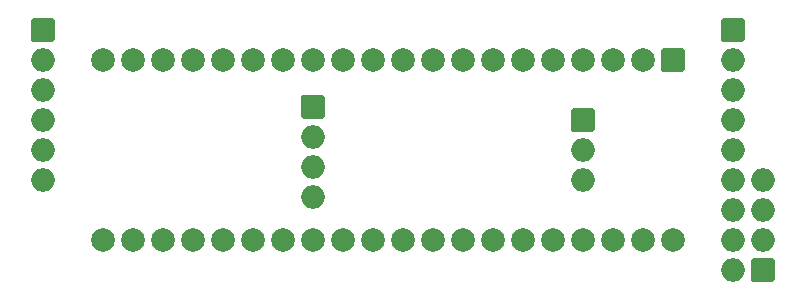
<source format=gbr>
%TF.GenerationSoftware,KiCad,Pcbnew,(5.1.9)-1*%
%TF.CreationDate,2021-04-08T22:41:19+01:00*%
%TF.ProjectId,FF OSD Adapter,4646204f-5344-4204-9164-61707465722e,rev?*%
%TF.SameCoordinates,Original*%
%TF.FileFunction,Soldermask,Top*%
%TF.FilePolarity,Negative*%
%FSLAX46Y46*%
G04 Gerber Fmt 4.6, Leading zero omitted, Abs format (unit mm)*
G04 Created by KiCad (PCBNEW (5.1.9)-1) date 2021-04-08 22:41:19*
%MOMM*%
%LPD*%
G01*
G04 APERTURE LIST*
%ADD10O,2.000000X2.000000*%
%ADD11C,2.000000*%
G04 APERTURE END LIST*
D10*
%TO.C,CN4*%
X177800000Y-104140000D03*
X177800000Y-106680000D03*
X177800000Y-109220000D03*
G36*
G01*
X178800000Y-110910000D02*
X178800000Y-112610000D01*
G75*
G02*
X178650000Y-112760000I-150000J0D01*
G01*
X176950000Y-112760000D01*
G75*
G02*
X176800000Y-112610000I0J150000D01*
G01*
X176800000Y-110910000D01*
G75*
G02*
X176950000Y-110760000I150000J0D01*
G01*
X178650000Y-110760000D01*
G75*
G02*
X178800000Y-110910000I0J-150000D01*
G01*
G37*
%TD*%
%TO.C,CN2*%
X175260000Y-111760000D03*
X175260000Y-109220000D03*
X175260000Y-106680000D03*
X175260000Y-104140000D03*
X175260000Y-101600000D03*
X175260000Y-99060000D03*
X175260000Y-96520000D03*
X175260000Y-93980000D03*
G36*
G01*
X174260000Y-92290000D02*
X174260000Y-90590000D01*
G75*
G02*
X174410000Y-90440000I150000J0D01*
G01*
X176110000Y-90440000D01*
G75*
G02*
X176260000Y-90590000I0J-150000D01*
G01*
X176260000Y-92290000D01*
G75*
G02*
X176110000Y-92440000I-150000J0D01*
G01*
X174410000Y-92440000D01*
G75*
G02*
X174260000Y-92290000I0J150000D01*
G01*
G37*
%TD*%
%TO.C,CN3*%
X139700000Y-105537000D03*
X139700000Y-102997000D03*
X139700000Y-100457000D03*
G36*
G01*
X140700000Y-97067000D02*
X140700000Y-98767000D01*
G75*
G02*
X140550000Y-98917000I-150000J0D01*
G01*
X138850000Y-98917000D01*
G75*
G02*
X138700000Y-98767000I0J150000D01*
G01*
X138700000Y-97067000D01*
G75*
G02*
X138850000Y-96917000I150000J0D01*
G01*
X140550000Y-96917000D01*
G75*
G02*
X140700000Y-97067000I0J-150000D01*
G01*
G37*
%TD*%
%TO.C,JP2*%
X162560000Y-104140000D03*
X162560000Y-101600000D03*
G36*
G01*
X163560000Y-98210000D02*
X163560000Y-99910000D01*
G75*
G02*
X163410000Y-100060000I-150000J0D01*
G01*
X161710000Y-100060000D01*
G75*
G02*
X161560000Y-99910000I0J150000D01*
G01*
X161560000Y-98210000D01*
G75*
G02*
X161710000Y-98060000I150000J0D01*
G01*
X163410000Y-98060000D01*
G75*
G02*
X163560000Y-98210000I0J-150000D01*
G01*
G37*
%TD*%
D11*
%TO.C,U1*%
X170180000Y-109220000D03*
G36*
G01*
X169330000Y-92980000D02*
X171030000Y-92980000D01*
G75*
G02*
X171180000Y-93130000I0J-150000D01*
G01*
X171180000Y-94830000D01*
G75*
G02*
X171030000Y-94980000I-150000J0D01*
G01*
X169330000Y-94980000D01*
G75*
G02*
X169180000Y-94830000I0J150000D01*
G01*
X169180000Y-93130000D01*
G75*
G02*
X169330000Y-92980000I150000J0D01*
G01*
G37*
X167640000Y-109220000D03*
X167640000Y-93980000D03*
X165100000Y-109220000D03*
X165100000Y-93980000D03*
X162560000Y-109220000D03*
X162560000Y-93980000D03*
X160020000Y-109220000D03*
X160020000Y-93980000D03*
X157480000Y-109220000D03*
X157480000Y-93980000D03*
X154940000Y-109220000D03*
X154940000Y-93980000D03*
X152400000Y-109220000D03*
X152400000Y-93980000D03*
X149860000Y-109220000D03*
X149860000Y-93980000D03*
X147320000Y-109220000D03*
X147320000Y-93980000D03*
X144780000Y-109220000D03*
X144780000Y-93980000D03*
X142240000Y-109220000D03*
X142240000Y-93980000D03*
X139700000Y-109220000D03*
X139700000Y-93980000D03*
X137160000Y-109220000D03*
X137160000Y-93980000D03*
X134620000Y-109220000D03*
X134620000Y-93980000D03*
X132080000Y-109220000D03*
X132080000Y-93980000D03*
X129540000Y-109220000D03*
X129540000Y-93980000D03*
X127000000Y-109220000D03*
X127000000Y-93980000D03*
X124460000Y-109220000D03*
X124460000Y-93980000D03*
X121920000Y-109220000D03*
X121920000Y-93980000D03*
%TD*%
D10*
%TO.C,CN1*%
X116840000Y-104140000D03*
X116840000Y-101600000D03*
X116840000Y-99060000D03*
X116840000Y-96520000D03*
X116840000Y-93980000D03*
G36*
G01*
X115840000Y-92290000D02*
X115840000Y-90590000D01*
G75*
G02*
X115990000Y-90440000I150000J0D01*
G01*
X117690000Y-90440000D01*
G75*
G02*
X117840000Y-90590000I0J-150000D01*
G01*
X117840000Y-92290000D01*
G75*
G02*
X117690000Y-92440000I-150000J0D01*
G01*
X115990000Y-92440000D01*
G75*
G02*
X115840000Y-92290000I0J150000D01*
G01*
G37*
%TD*%
M02*

</source>
